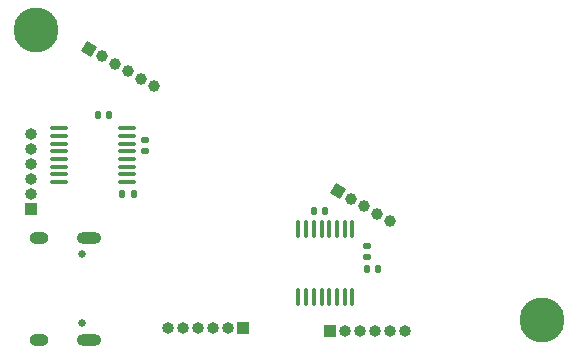
<source format=gbs>
G04 #@! TF.GenerationSoftware,KiCad,Pcbnew,(6.0.2-0)*
G04 #@! TF.CreationDate,2023-02-28T15:21:07-05:00*
G04 #@! TF.ProjectId,daughter_board,64617567-6874-4657-925f-626f6172642e,rev?*
G04 #@! TF.SameCoordinates,Original*
G04 #@! TF.FileFunction,Soldermask,Bot*
G04 #@! TF.FilePolarity,Negative*
%FSLAX46Y46*%
G04 Gerber Fmt 4.6, Leading zero omitted, Abs format (unit mm)*
G04 Created by KiCad (PCBNEW (6.0.2-0)) date 2023-02-28 15:21:07*
%MOMM*%
%LPD*%
G01*
G04 APERTURE LIST*
G04 Aperture macros list*
%AMRoundRect*
0 Rectangle with rounded corners*
0 $1 Rounding radius*
0 $2 $3 $4 $5 $6 $7 $8 $9 X,Y pos of 4 corners*
0 Add a 4 corners polygon primitive as box body*
4,1,4,$2,$3,$4,$5,$6,$7,$8,$9,$2,$3,0*
0 Add four circle primitives for the rounded corners*
1,1,$1+$1,$2,$3*
1,1,$1+$1,$4,$5*
1,1,$1+$1,$6,$7*
1,1,$1+$1,$8,$9*
0 Add four rect primitives between the rounded corners*
20,1,$1+$1,$2,$3,$4,$5,0*
20,1,$1+$1,$4,$5,$6,$7,0*
20,1,$1+$1,$6,$7,$8,$9,0*
20,1,$1+$1,$8,$9,$2,$3,0*%
%AMHorizOval*
0 Thick line with rounded ends*
0 $1 width*
0 $2 $3 position (X,Y) of the first rounded end (center of the circle)*
0 $4 $5 position (X,Y) of the second rounded end (center of the circle)*
0 Add line between two ends*
20,1,$1,$2,$3,$4,$5,0*
0 Add two circle primitives to create the rounded ends*
1,1,$1,$2,$3*
1,1,$1,$4,$5*%
%AMRotRect*
0 Rectangle, with rotation*
0 The origin of the aperture is its center*
0 $1 length*
0 $2 width*
0 $3 Rotation angle, in degrees counterclockwise*
0 Add horizontal line*
21,1,$1,$2,0,0,$3*%
G04 Aperture macros list end*
%ADD10C,3.800000*%
%ADD11R,1.000000X1.000000*%
%ADD12O,1.000000X1.000000*%
%ADD13C,0.650000*%
%ADD14O,2.100000X1.000000*%
%ADD15O,1.600000X1.000000*%
%ADD16RotRect,1.000000X1.000000X60.000000*%
%ADD17HorizOval,1.000000X0.000000X0.000000X0.000000X0.000000X0*%
%ADD18RoundRect,0.140000X-0.140000X-0.170000X0.140000X-0.170000X0.140000X0.170000X-0.140000X0.170000X0*%
%ADD19RoundRect,0.140000X0.170000X-0.140000X0.170000X0.140000X-0.170000X0.140000X-0.170000X-0.140000X0*%
%ADD20RoundRect,0.140000X0.140000X0.170000X-0.140000X0.170000X-0.140000X-0.170000X0.140000X-0.170000X0*%
%ADD21RoundRect,0.100000X-0.637500X-0.100000X0.637500X-0.100000X0.637500X0.100000X-0.637500X0.100000X0*%
%ADD22RoundRect,0.100000X0.100000X-0.637500X0.100000X0.637500X-0.100000X0.637500X-0.100000X-0.637500X0*%
G04 APERTURE END LIST*
D10*
X84010000Y-103390000D03*
D11*
X66085000Y-104290000D03*
D12*
X67355000Y-104290000D03*
X68625000Y-104290000D03*
X69895000Y-104290000D03*
X71165000Y-104290000D03*
X72435000Y-104290000D03*
D13*
X45115000Y-97850000D03*
X45115000Y-103630000D03*
D14*
X45645000Y-105060000D03*
D15*
X41465000Y-96420000D03*
X41465000Y-105060000D03*
D14*
X45645000Y-96420000D03*
D11*
X40800000Y-94035000D03*
D12*
X40800000Y-92765000D03*
X40800000Y-91495000D03*
X40800000Y-90225000D03*
X40800000Y-88955000D03*
X40800000Y-87685000D03*
D16*
X45660369Y-80422500D03*
D17*
X46760221Y-81057500D03*
X47860074Y-81692500D03*
X48959926Y-82327500D03*
X50059778Y-82962500D03*
X51159630Y-83597500D03*
D16*
X66730000Y-92490000D03*
D17*
X67829852Y-93125000D03*
X68929705Y-93760000D03*
X70029557Y-94395000D03*
X71129409Y-95030000D03*
D11*
X58705000Y-104110000D03*
D12*
X57435000Y-104110000D03*
X56165000Y-104110000D03*
X54895000Y-104110000D03*
X53625000Y-104110000D03*
X52355000Y-104110000D03*
D10*
X41200000Y-78870000D03*
D18*
X64730000Y-94210000D03*
X65690000Y-94210000D03*
D19*
X69220000Y-98080000D03*
X69220000Y-97120000D03*
D20*
X49450000Y-92750000D03*
X48490000Y-92750000D03*
D19*
X50400000Y-89100000D03*
X50400000Y-88140000D03*
D21*
X43127500Y-91705000D03*
X43127500Y-91055000D03*
X43127500Y-90405000D03*
X43127500Y-89755000D03*
X43127500Y-89105000D03*
X43127500Y-88455000D03*
X43127500Y-87805000D03*
X43127500Y-87155000D03*
X48852500Y-87155000D03*
X48852500Y-87805000D03*
X48852500Y-88455000D03*
X48852500Y-89105000D03*
X48852500Y-89755000D03*
X48852500Y-90405000D03*
X48852500Y-91055000D03*
X48852500Y-91705000D03*
D22*
X67955000Y-101442500D03*
X67305000Y-101442500D03*
X66655000Y-101442500D03*
X66005000Y-101442500D03*
X65355000Y-101442500D03*
X64705000Y-101442500D03*
X64055000Y-101442500D03*
X63405000Y-101442500D03*
X63405000Y-95717500D03*
X64055000Y-95717500D03*
X64705000Y-95717500D03*
X65355000Y-95717500D03*
X66005000Y-95717500D03*
X66655000Y-95717500D03*
X67305000Y-95717500D03*
X67955000Y-95717500D03*
D20*
X47360000Y-86050000D03*
X46400000Y-86050000D03*
X70170000Y-99110000D03*
X69210000Y-99110000D03*
M02*

</source>
